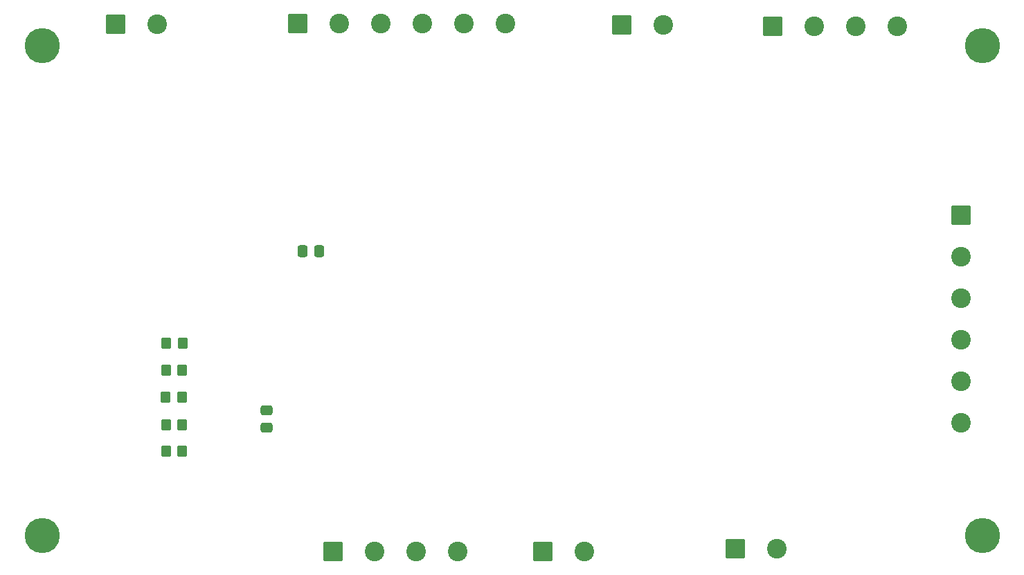
<source format=gbr>
%TF.GenerationSoftware,KiCad,Pcbnew,9.0.4*%
%TF.CreationDate,2025-10-02T18:18:41-04:00*%
%TF.ProjectId,PCB of Theseus,50434220-6f66-4205-9468-65736575732e,rev?*%
%TF.SameCoordinates,Original*%
%TF.FileFunction,Soldermask,Bot*%
%TF.FilePolarity,Negative*%
%FSLAX46Y46*%
G04 Gerber Fmt 4.6, Leading zero omitted, Abs format (unit mm)*
G04 Created by KiCad (PCBNEW 9.0.4) date 2025-10-02 18:18:41*
%MOMM*%
%LPD*%
G01*
G04 APERTURE LIST*
G04 Aperture macros list*
%AMRoundRect*
0 Rectangle with rounded corners*
0 $1 Rounding radius*
0 $2 $3 $4 $5 $6 $7 $8 $9 X,Y pos of 4 corners*
0 Add a 4 corners polygon primitive as box body*
4,1,4,$2,$3,$4,$5,$6,$7,$8,$9,$2,$3,0*
0 Add four circle primitives for the rounded corners*
1,1,$1+$1,$2,$3*
1,1,$1+$1,$4,$5*
1,1,$1+$1,$6,$7*
1,1,$1+$1,$8,$9*
0 Add four rect primitives between the rounded corners*
20,1,$1+$1,$2,$3,$4,$5,0*
20,1,$1+$1,$4,$5,$6,$7,0*
20,1,$1+$1,$6,$7,$8,$9,0*
20,1,$1+$1,$8,$9,$2,$3,0*%
G04 Aperture macros list end*
%ADD10C,4.300000*%
%ADD11RoundRect,0.250000X-0.475000X0.337500X-0.475000X-0.337500X0.475000X-0.337500X0.475000X0.337500X0*%
%ADD12RoundRect,0.250000X0.337500X0.475000X-0.337500X0.475000X-0.337500X-0.475000X0.337500X-0.475000X0*%
%ADD13RoundRect,0.250000X-0.350000X-0.450000X0.350000X-0.450000X0.350000X0.450000X-0.350000X0.450000X0*%
%ADD14RoundRect,0.250001X-0.949999X0.949999X-0.949999X-0.949999X0.949999X-0.949999X0.949999X0.949999X0*%
%ADD15C,2.400000*%
%ADD16RoundRect,0.250001X-0.949999X-0.949999X0.949999X-0.949999X0.949999X0.949999X-0.949999X0.949999X0*%
G04 APERTURE END LIST*
D10*
%TO.C,H6*%
X93350000Y-93675000D03*
%TD*%
%TO.C,H5*%
X93350000Y-33675000D03*
%TD*%
%TO.C,H8*%
X208350000Y-93675000D03*
%TD*%
D11*
%TO.C,C26*%
X120850000Y-80437500D03*
X120850000Y-78362500D03*
%TD*%
D12*
%TO.C,C8*%
X127262500Y-58875000D03*
X125187500Y-58875000D03*
%TD*%
D13*
%TO.C,R17*%
X108525000Y-83325000D03*
X110525000Y-83325000D03*
%TD*%
D14*
%TO.C,J8*%
X205775000Y-54450000D03*
D15*
X205775000Y-59530000D03*
X205775000Y-64610000D03*
X205775000Y-69690000D03*
X205775000Y-74770000D03*
X205775000Y-79850000D03*
%TD*%
D16*
%TO.C,J2*%
X128925000Y-95600000D03*
D15*
X134005000Y-95600000D03*
X139085000Y-95600000D03*
X144165000Y-95600000D03*
%TD*%
D13*
%TO.C,R15*%
X108450000Y-76725000D03*
X110450000Y-76725000D03*
%TD*%
D16*
%TO.C,J11*%
X154575000Y-95600000D03*
D15*
X159655000Y-95600000D03*
%TD*%
D16*
%TO.C,J7*%
X102395000Y-31050000D03*
D15*
X107475000Y-31050000D03*
%TD*%
D16*
%TO.C,J4*%
X124610000Y-31000000D03*
D15*
X129690000Y-31000000D03*
X134770000Y-31000000D03*
X139850000Y-31000000D03*
X144930000Y-31000000D03*
X150010000Y-31000000D03*
%TD*%
D13*
%TO.C,R13*%
X108575000Y-70125000D03*
X110575000Y-70125000D03*
%TD*%
%TO.C,R16*%
X108525000Y-80075000D03*
X110525000Y-80075000D03*
%TD*%
%TO.C,R14*%
X108500000Y-73450000D03*
X110500000Y-73450000D03*
%TD*%
D16*
%TO.C,J1*%
X182665000Y-31325000D03*
D15*
X187745000Y-31325000D03*
X192825000Y-31325000D03*
X197905000Y-31325000D03*
%TD*%
D10*
%TO.C,H7*%
X208350000Y-33675000D03*
%TD*%
D16*
%TO.C,J12*%
X164270000Y-31175000D03*
D15*
X169350000Y-31175000D03*
%TD*%
D16*
%TO.C,J3*%
X178150000Y-95225000D03*
D15*
X183230000Y-95225000D03*
%TD*%
M02*

</source>
